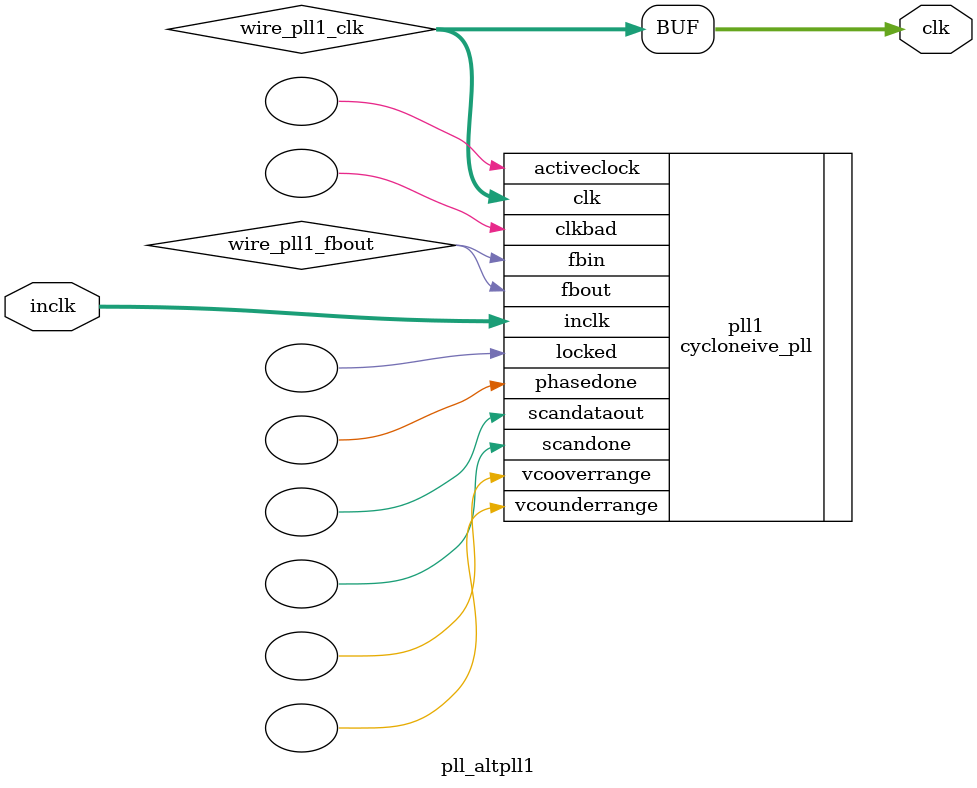
<source format=v>






//synthesis_resources = cycloneive_pll 1 
//synopsys translate_off
`timescale 1 ps / 1 ps
//synopsys translate_on
module  pll_altpll1
	( 
	clk,
	inclk) /* synthesis synthesis_clearbox=1 */;
	output   [4:0]  clk;
	input   [1:0]  inclk;
`ifndef ALTERA_RESERVED_QIS
// synopsys translate_off
`endif
	tri0   [1:0]  inclk;
`ifndef ALTERA_RESERVED_QIS
// synopsys translate_on
`endif

	wire  [4:0]   wire_pll1_clk;
	wire  wire_pll1_fbout;

	cycloneive_pll   pll1
	( 
	.activeclock(),
	.clk(wire_pll1_clk),
	.clkbad(),
	.fbin(wire_pll1_fbout),
	.fbout(wire_pll1_fbout),
	.inclk(inclk),
	.locked(),
	.phasedone(),
	.scandataout(),
	.scandone(),
	.vcooverrange(),
	.vcounderrange()
	`ifndef FORMAL_VERIFICATION
	// synopsys translate_off
	`endif
	,
	.areset(1'b0),
	.clkswitch(1'b0),
	.configupdate(1'b0),
	.pfdena(1'b1),
	.phasecounterselect({3{1'b0}}),
	.phasestep(1'b0),
	.phaseupdown(1'b0),
	.scanclk(1'b0),
	.scanclkena(1'b1),
	.scandata(1'b0)
	`ifndef FORMAL_VERIFICATION
	// synopsys translate_on
	`endif
	);
	defparam
		pll1.bandwidth_type = "auto",
		pll1.clk0_divide_by = 1,
		pll1.clk0_duty_cycle = 50,
		pll1.clk0_multiply_by = 1,
		pll1.clk0_phase_shift = "0",
		pll1.compensate_clock = "clk0",
		pll1.inclk0_input_frequency = 20000,
		pll1.operation_mode = "normal",
		pll1.pll_type = "auto",
		pll1.lpm_type = "cycloneive_pll";
	assign
		clk = {wire_pll1_clk[4:0]};
endmodule //pll_altpll1
//VALID FILE

</source>
